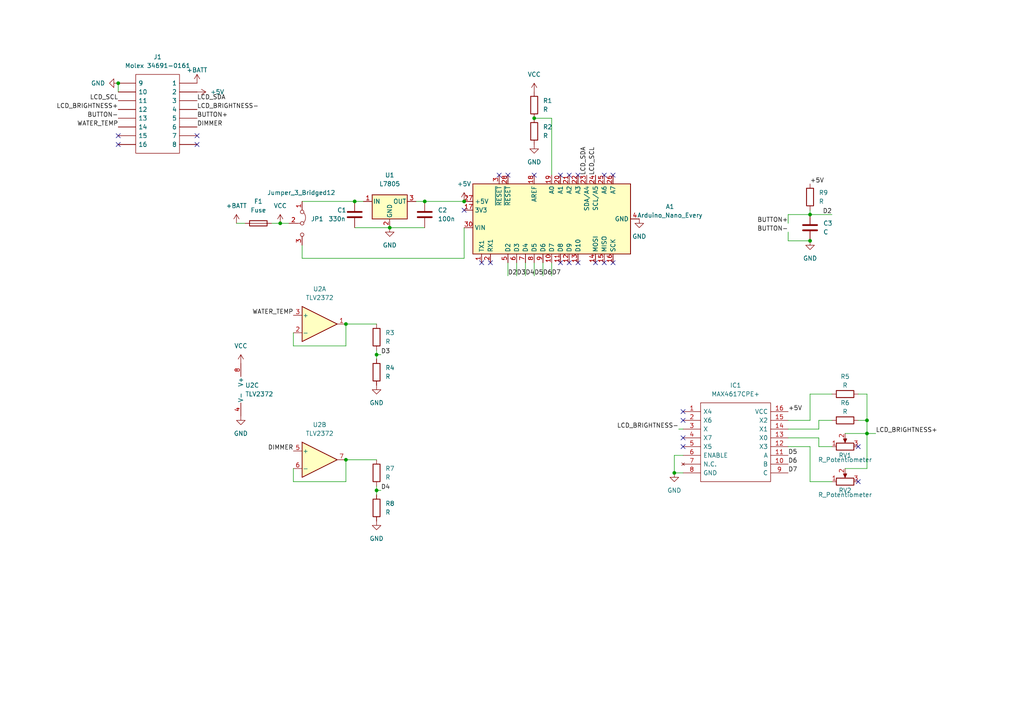
<source format=kicad_sch>
(kicad_sch (version 20211123) (generator eeschema)
  (paper "A4")
  (lib_symbols
    (symbol "Amplifier_Operational:TLV2372" (pin_names (offset 0.127))
      (property "Reference" "U" (at 0 5.08 0))
      (property "Value" "TLV2372" (at 0 -5.08 0))
      (symbol "TLV2372_1_1"
        (polyline (pts (xy -5.08 5.08) (xy 5.08 0) (xy -5.08 -5.08) (xy -5.08 5.08)) (stroke (width 0.254)) (fill (type background)))
        (pin output line (at 7.62 0 180) (length 2.54) (name "~") (number "1"))
        (pin input line (at -7.62 -2.54 0) (length 2.54) (name "-") (number "2"))
        (pin input line (at -7.62 2.54 0) (length 2.54) (name "+") (number "3"))
      )
      (symbol "TLV2372_2_1"
        (polyline (pts (xy -5.08 5.08) (xy 5.08 0) (xy -5.08 -5.08) (xy -5.08 5.08)) (stroke (width 0.254)) (fill (type background)))
        (pin input line (at -7.62 2.54 0) (length 2.54) (name "+") (number "5"))
        (pin input line (at -7.62 -2.54 0) (length 2.54) (name "-") (number "6"))
        (pin output line (at 7.62 0 180) (length 2.54) (name "~") (number "7"))
      )
      (symbol "TLV2372_3_1"
        (pin power_in line (at -2.54 -7.62 90) (length 3.81) (name "V-") (number "4"))
        (pin power_in line (at -2.54 7.62 270) (length 3.81) (name "V+") (number "8"))
      )
    )
    (symbol "Device:C" (pin_numbers hide) (pin_names (offset 0.254))
      (property "Reference" "C" (at 0.635 2.54 0))
      (property "Value" "C" (at 0.635 -2.54 0))
      (symbol "C_0_1"
        (polyline (pts (xy -2.032 -0.762) (xy 2.032 -0.762)) (stroke (width 0.508)))
        (polyline (pts (xy -2.032 0.762) (xy 2.032 0.762)) (stroke (width 0.508)))
      )
      (symbol "C_1_1"
        (pin passive line (at 0 3.81 270) (length 2.794) (name "~") (number "1"))
        (pin passive line (at 0 -3.81 90) (length 2.794) (name "~") (number "2"))
      )
    )
    (symbol "Device:Fuse" (pin_numbers hide) (pin_names (offset 0))
      (property "Reference" "F" (at 2.032 0 90))
      (property "Value" "Fuse" (at -1.905 0 90))
      (symbol "Fuse_0_1"
        (rectangle (start -0.762 -2.54) (end 0.762 2.54) (stroke (width 0.254)))
        (polyline (pts (xy 0 2.54) (xy 0 -2.54)))
      )
      (symbol "Fuse_1_1"
        (pin passive line (at 0 3.81 270) (length 1.27) (name "~") (number "1"))
        (pin passive line (at 0 -3.81 90) (length 1.27) (name "~") (number "2"))
      )
    )
    (symbol "Device:R" (pin_numbers hide) (pin_names (offset 0))
      (property "Reference" "R" (at 2.032 0 90))
      (property "Value" "R" (at 0 0 90))
      (symbol "R_0_1"
        (rectangle (start -1.016 -2.54) (end 1.016 2.54) (stroke (width 0.254)))
      )
      (symbol "R_1_1"
        (pin passive line (at 0 3.81 270) (length 1.27) (name "~") (number "1"))
        (pin passive line (at 0 -3.81 90) (length 1.27) (name "~") (number "2"))
      )
    )
    (symbol "Device:R_Potentiometer" (pin_names (offset 1.016) hide)
      (property "Reference" "RV" (at -4.445 0 90))
      (property "Value" "R_Potentiometer" (at -2.54 0 90))
      (symbol "R_Potentiometer_0_1"
        (polyline (pts (xy 2.54 0) (xy 1.524 0)))
        (polyline (pts (xy 1.143 0) (xy 2.286 0.508) (xy 2.286 -0.508) (xy 1.143 0)) (fill (type outline)))
        (rectangle (start 1.016 2.54) (end -1.016 -2.54) (stroke (width 0.254)))
      )
      (symbol "R_Potentiometer_1_1"
        (pin passive line (at 0 3.81 270) (length 1.27) (name "1") (number "1"))
        (pin passive line (at 3.81 0 180) (length 1.27) (name "2") (number "2"))
        (pin passive line (at 0 -3.81 90) (length 1.27) (name "3") (number "3"))
      )
    )
    (symbol "GND_1" (power) (pin_names (offset 0))
      (property "Value" "GND_1" (at 0 -3.81 0))
      (symbol "GND_1_0_1"
        (polyline (pts (xy 0 0) (xy 0 -1.27) (xy 1.27 -1.27) (xy 0 -2.54) (xy -1.27 -1.27) (xy 0 -1.27)))
      )
      (symbol "GND_1_1_1"
        (pin power_in line (at 0 0 270) (length 0) hide (name "GND") (number "1"))
      )
    )
    (symbol "GND_2" (power) (pin_names (offset 0))
      (property "Value" "GND_2" (at 0 -3.81 0))
      (symbol "GND_2_0_1"
        (polyline (pts (xy 0 0) (xy 0 -1.27) (xy 1.27 -1.27) (xy 0 -2.54) (xy -1.27 -1.27) (xy 0 -1.27)))
      )
      (symbol "GND_2_1_1"
        (pin power_in line (at 0 0 270) (length 0) hide (name "GND") (number "1"))
      )
    )
    (symbol "GND_3" (power) (pin_names (offset 0))
      (property "Value" "GND_3" (at 0 -3.81 0))
      (symbol "GND_3_0_1"
        (polyline (pts (xy 0 0) (xy 0 -1.27) (xy 1.27 -1.27) (xy 0 -2.54) (xy -1.27 -1.27) (xy 0 -1.27)))
      )
      (symbol "GND_3_1_1"
        (pin power_in line (at 0 0 270) (length 0) hide (name "GND") (number "1"))
      )
    )
    (symbol "GND_4" (power) (pin_names (offset 0))
      (property "Value" "GND_4" (at 0 -3.81 0))
      (symbol "GND_4_0_1"
        (polyline (pts (xy 0 0) (xy 0 -1.27) (xy 1.27 -1.27) (xy 0 -2.54) (xy -1.27 -1.27) (xy 0 -1.27)))
      )
      (symbol "GND_4_1_1"
        (pin power_in line (at 0 0 270) (length 0) hide (name "GND") (number "1"))
      )
    )
    (symbol "GND_5" (power) (pin_names (offset 0))
      (property "Value" "GND_5" (at 0 -3.81 0))
      (symbol "GND_5_0_1"
        (polyline (pts (xy 0 0) (xy 0 -1.27) (xy 1.27 -1.27) (xy 0 -2.54) (xy -1.27 -1.27) (xy 0 -1.27)))
      )
      (symbol "GND_5_1_1"
        (pin power_in line (at 0 0 270) (length 0) hide (name "GND") (number "1"))
      )
    )
    (symbol "GND_6" (power) (pin_names (offset 0))
      (property "Value" "GND_6" (at 0 -3.81 0))
      (symbol "GND_6_0_1"
        (polyline (pts (xy 0 0) (xy 0 -1.27) (xy 1.27 -1.27) (xy 0 -2.54) (xy -1.27 -1.27) (xy 0 -1.27)))
      )
      (symbol "GND_6_1_1"
        (pin power_in line (at 0 0 270) (length 0) hide (name "GND") (number "1"))
      )
    )
    (symbol "Jumper:Jumper_3_Bridged12" (pin_names (offset 0) hide)
      (property "Reference" "JP" (at -2.54 -2.54 0))
      (property "Value" "Jumper_3_Bridged12" (at 0 2.794 0))
      (symbol "Jumper_3_Bridged12_0_0"
        (circle (center -3.302 0) (radius 0.508))
        (circle (center 0 0) (radius 0.508))
        (circle (center 3.302 0) (radius 0.508))
      )
      (symbol "Jumper_3_Bridged12_0_1"
        (arc (start -0.254 0.508) (mid -1.651 0.9912) (end -3.048 0.508))
        (polyline (pts (xy 0 -1.27) (xy 0 -0.508)))
      )
      (symbol "Jumper_3_Bridged12_1_1"
        (pin passive line (at -6.35 0 0) (length 2.54) (name "A") (number "1"))
        (pin passive line (at 0 -3.81 90) (length 2.54) (name "C") (number "2"))
        (pin passive line (at 6.35 0 180) (length 2.54) (name "B") (number "3"))
      )
    )
    (symbol "MAX4617CPE+:MAX4617CPE+" (pin_names (offset 0.762))
      (property "Reference" "IC" (at 26.67 7.62 0))
      (property "Value" "MAX4617CPE+" (at 26.67 5.08 0))
      (symbol "MAX4617CPE+_0_0"
        (pin passive line (at 0 0 0) (length 5.08) (name "X4") (number "1"))
        (pin passive line (at 30.48 -15.24 180) (length 5.08) (name "B") (number "10"))
        (pin passive line (at 30.48 -12.7 180) (length 5.08) (name "A") (number "11"))
        (pin passive line (at 30.48 -10.16 180) (length 5.08) (name "X3") (number "12"))
        (pin passive line (at 30.48 -7.62 180) (length 5.08) (name "X0") (number "13"))
        (pin passive line (at 30.48 -5.08 180) (length 5.08) (name "X1") (number "14"))
        (pin passive line (at 30.48 -2.54 180) (length 5.08) (name "X2") (number "15"))
        (pin passive line (at 30.48 0 180) (length 5.08) (name "VCC") (number "16"))
        (pin passive line (at 0 -2.54 0) (length 5.08) (name "X6") (number "2"))
        (pin passive line (at 0 -5.08 0) (length 5.08) (name "X") (number "3"))
        (pin passive line (at 0 -7.62 0) (length 5.08) (name "X7") (number "4"))
        (pin passive line (at 0 -10.16 0) (length 5.08) (name "X5") (number "5"))
        (pin passive line (at 0 -12.7 0) (length 5.08) (name "ENABLE") (number "6"))
        (pin no_connect line (at 0 -15.24 0) (length 5.08) (name "N.C.") (number "7"))
        (pin passive line (at 0 -17.78 0) (length 5.08) (name "GND") (number "8"))
        (pin passive line (at 30.48 -17.78 180) (length 5.08) (name "C") (number "9"))
      )
      (symbol "MAX4617CPE+_0_1"
        (polyline (pts (xy 5.08 2.54) (xy 25.4 2.54) (xy 25.4 -20.32) (xy 5.08 -20.32) (xy 5.08 2.54)) (stroke (width 0.1524)))
      )
    )
    (symbol "MCU_Module:Arduino_Nano_Every"
      (property "Reference" "A" (at -10.16 23.495 0))
      (property "Value" "Arduino_Nano_Every" (at 5.08 -24.13 0))
      (symbol "Arduino_Nano_Every_0_1"
        (rectangle (start -10.16 22.86) (end 10.16 -22.86) (stroke (width 0.254)) (fill (type background)))
      )
      (symbol "Arduino_Nano_Every_1_1"
        (pin bidirectional line (at -12.7 20.32 0) (length 2.54) (name "TX1") (number "1"))
        (pin bidirectional line (at -12.7 0 0) (length 2.54) (name "D7") (number "10"))
        (pin bidirectional line (at -12.7 -2.54 0) (length 2.54) (name "D8") (number "11"))
        (pin bidirectional line (at -12.7 -5.08 0) (length 2.54) (name "D9") (number "12"))
        (pin bidirectional line (at -12.7 -7.62 0) (length 2.54) (name "D10") (number "13"))
        (pin bidirectional line (at -12.7 -12.7 0) (length 2.54) (name "MOSI") (number "14"))
        (pin bidirectional line (at -12.7 -15.24 0) (length 2.54) (name "MISO") (number "15"))
        (pin bidirectional line (at -12.7 -17.78 0) (length 2.54) (name "SCK") (number "16"))
        (pin power_out line (at 2.54 25.4 270) (length 2.54) (name "3V3") (number "17"))
        (pin input line (at 12.7 5.08 180) (length 2.54) (name "AREF") (number "18"))
        (pin bidirectional line (at 12.7 0 180) (length 2.54) (name "A0") (number "19"))
        (pin bidirectional line (at -12.7 17.78 0) (length 2.54) (name "RX1") (number "2"))
        (pin bidirectional line (at 12.7 -2.54 180) (length 2.54) (name "A1") (number "20"))
        (pin bidirectional line (at 12.7 -5.08 180) (length 2.54) (name "A2") (number "21"))
        (pin bidirectional line (at 12.7 -7.62 180) (length 2.54) (name "A3") (number "22"))
        (pin bidirectional line (at 12.7 -10.16 180) (length 2.54) (name "SDA/A4") (number "23"))
        (pin bidirectional line (at 12.7 -12.7 180) (length 2.54) (name "SCL/A5") (number "24"))
        (pin bidirectional line (at 12.7 -15.24 180) (length 2.54) (name "A6") (number "25"))
        (pin bidirectional line (at 12.7 -17.78 180) (length 2.54) (name "A7") (number "26"))
        (pin power_out line (at 5.08 25.4 270) (length 2.54) (name "+5V") (number "27"))
        (pin input line (at 12.7 12.7 180) (length 2.54) (name "~{RESET}") (number "28"))
        (pin passive line (at 0 -25.4 90) (length 2.54) hide (name "GND") (number "29"))
        (pin input line (at 12.7 15.24 180) (length 2.54) (name "~{RESET}") (number "3"))
        (pin power_in line (at -2.54 25.4 270) (length 2.54) (name "VIN") (number "30"))
        (pin power_in line (at 0 -25.4 90) (length 2.54) (name "GND") (number "4"))
        (pin bidirectional line (at -12.7 12.7 0) (length 2.54) (name "D2") (number "5"))
        (pin bidirectional line (at -12.7 10.16 0) (length 2.54) (name "D3") (number "6"))
        (pin bidirectional line (at -12.7 7.62 0) (length 2.54) (name "D4") (number "7"))
        (pin bidirectional line (at -12.7 5.08 0) (length 2.54) (name "D5") (number "8"))
        (pin bidirectional line (at -12.7 2.54 0) (length 2.54) (name "D6") (number "9"))
      )
    )
    (symbol "Molex_34691-0161:Molex 34691-0161" (pin_numbers hide) (pin_names (offset 0.762))
      (property "Reference" "J" (at 19.05 7.62 0))
      (property "Value" "Molex 34691-0161" (at 19.05 5.08 0))
      (symbol "Molex 34691-0161_0_0"
        (pin passive line (at 22.86 0 180) (length 5.08) (name "1") (number "1"))
        (pin passive line (at 0 -2.54 0) (length 5.08) (name "10") (number "10"))
        (pin passive line (at 0 -5.08 0) (length 5.08) (name "11") (number "11"))
        (pin passive line (at 0 -7.62 0) (length 5.08) (name "12") (number "12"))
        (pin passive line (at 0 -10.16 0) (length 5.08) (name "13") (number "13"))
        (pin passive line (at 0 -12.7 0) (length 5.08) (name "14") (number "14"))
        (pin passive line (at 0 -15.24 0) (length 5.08) (name "15") (number "15"))
        (pin passive line (at 0 -17.78 0) (length 5.08) (name "16") (number "16"))
        (pin passive line (at 22.86 -2.54 180) (length 5.08) (name "2") (number "2"))
        (pin passive line (at 22.86 -5.08 180) (length 5.08) (name "3") (number "3"))
        (pin passive line (at 22.86 -7.62 180) (length 5.08) (name "4") (number "4"))
        (pin passive line (at 22.86 -10.16 180) (length 5.08) (name "5") (number "5"))
        (pin passive line (at 22.86 -12.7 180) (length 5.08) (name "6") (number "6"))
        (pin passive line (at 22.86 -15.24 180) (length 5.08) (name "7") (number "7"))
        (pin passive line (at 22.86 -17.78 180) (length 5.08) (name "8") (number "8"))
        (pin passive line (at 0 0 0) (length 5.08) (name "9") (number "9"))
      )
      (symbol "Molex 34691-0161_0_1"
        (polyline (pts (xy 5.08 2.54) (xy 17.78 2.54) (xy 17.78 -20.32) (xy 5.08 -20.32) (xy 5.08 2.54)) (stroke (width 0.1524)))
      )
    )
    (symbol "Regulator_Linear:L7805" (pin_names (offset 0.254))
      (property "Reference" "U" (at -3.81 3.175 0))
      (property "Value" "L7805" (at 0 3.175 0))
      (symbol "L7805_0_1"
        (rectangle (start -5.08 1.905) (end 5.08 -5.08) (stroke (width 0.254)) (fill (type background)))
      )
      (symbol "L7805_1_1"
        (pin power_in line (at -7.62 0 0) (length 2.54) (name "IN") (number "1"))
        (pin power_in line (at 0 -7.62 90) (length 2.54) (name "GND") (number "2"))
        (pin power_out line (at 7.62 0 180) (length 2.54) (name "OUT") (number "3"))
      )
    )
    (symbol "power:+5V" (power) (pin_names (offset 0))
      (property "Value" "+5V" (at 0 3.556 0))
      (symbol "+5V_0_1"
        (polyline (pts (xy -0.762 1.27) (xy 0 2.54)))
        (polyline (pts (xy 0 0) (xy 0 2.54)))
        (polyline (pts (xy 0 2.54) (xy 0.762 1.27)))
      )
      (symbol "+5V_1_1"
        (pin power_in line (at 0 0 90) (length 0) hide (name "+5V") (number "1"))
      )
    )
    (symbol "power:+BATT" (power) (pin_names (offset 0))
      (property "Value" "+BATT" (at 0 3.556 0))
      (symbol "+BATT_0_1"
        (polyline (pts (xy -0.762 1.27) (xy 0 2.54)))
        (polyline (pts (xy 0 0) (xy 0 2.54)))
        (polyline (pts (xy 0 2.54) (xy 0.762 1.27)))
      )
      (symbol "+BATT_1_1"
        (pin power_in line (at 0 0 90) (length 0) hide (name "+BATT") (number "1"))
      )
    )
    (symbol "power:GND" (power) (pin_names (offset 0))
      (property "Value" "GND" (at 0 -3.81 0))
      (symbol "GND_0_1"
        (polyline (pts (xy 0 0) (xy 0 -1.27) (xy 1.27 -1.27) (xy 0 -2.54) (xy -1.27 -1.27) (xy 0 -1.27)))
      )
      (symbol "GND_1_1"
        (pin power_in line (at 0 0 270) (length 0) hide (name "GND") (number "1"))
      )
    )
    (symbol "power:VCC" (power) (pin_names (offset 0))
      (property "Value" "VCC" (at 0 3.81 0))
      (symbol "VCC_0_1"
        (polyline (pts (xy -0.762 1.27) (xy 0 2.54)))
        (polyline (pts (xy 0 0) (xy 0 2.54)))
        (polyline (pts (xy 0 2.54) (xy 0.762 1.27)))
      )
      (symbol "VCC_1_1"
        (pin power_in line (at 0 0 90) (length 0) hide (name "VCC") (number "1"))
      )
    )
  )
  (junction (at 234.95 62.23))
  (junction (at 100.33 133.35))
  (junction (at 234.95 69.85))
  (junction (at 251.46 121.92))
  (junction (at 134.62 58.42))
  (junction (at 100.33 93.98))
  (junction (at 81.28 64.77))
  (junction (at 123.19 58.42))
  (junction (at 154.94 34.29))
  (junction (at 113.03 66.04))
  (junction (at 34.29 24.13))
  (junction (at 109.22 102.87))
  (junction (at 195.58 137.16))
  (junction (at 102.87 58.42))
  (junction (at 109.22 142.24))
  (junction (at 251.46 125.73))
  (no_connect (at 198.12 121.92))
  (no_connect (at 139.7 76.2))
  (no_connect (at 165.1 50.8))
  (no_connect (at 172.72 76.2))
  (no_connect (at 198.12 127))
  (no_connect (at 167.64 50.8))
  (no_connect (at 134.62 60.96))
  (no_connect (at 34.29 41.91))
  (no_connect (at 165.1 76.2))
  (no_connect (at 57.15 39.37))
  (no_connect (at 57.15 41.91))
  (no_connect (at 198.12 129.54))
  (no_connect (at 34.29 39.37))
  (no_connect (at 142.24 76.2))
  (no_connect (at 175.26 76.2))
  (no_connect (at 248.92 129.54))
  (no_connect (at 177.8 50.8))
  (no_connect (at 175.26 50.8))
  (no_connect (at 147.32 50.8))
  (no_connect (at 167.64 76.2))
  (no_connect (at 177.8 76.2))
  (no_connect (at 248.92 139.7))
  (no_connect (at 144.78 50.8))
  (no_connect (at 162.56 50.8))
  (no_connect (at 154.94 50.8))
  (no_connect (at 198.12 119.38))
  (no_connect (at 162.56 76.2))
  (wire (pts (xy 134.62 74.93) (xy 87.63 74.93)))
  (wire (pts (xy 157.48 80.01) (xy 157.48 76.2)))
  (wire (pts (xy 100.33 133.35) (xy 109.22 133.35)))
  (wire (pts (xy 248.92 121.92) (xy 251.46 121.92)))
  (wire (pts (xy 87.63 58.42) (xy 102.87 58.42)))
  (wire (pts (xy 251.46 125.73) (xy 254 125.73)))
  (wire (pts (xy 234.95 114.3) (xy 234.95 121.92)))
  (wire (pts (xy 198.12 132.08) (xy 195.58 132.08)))
  (wire (pts (xy 234.95 60.96) (xy 234.95 62.23)))
  (wire (pts (xy 245.11 135.89) (xy 251.46 135.89)))
  (wire (pts (xy 228.6 121.92) (xy 234.95 121.92)))
  (wire (pts (xy 109.22 102.87) (xy 109.22 104.14)))
  (wire (pts (xy 195.58 137.16) (xy 198.12 137.16)))
  (wire (pts (xy 152.4 80.01) (xy 152.4 76.2)))
  (wire (pts (xy 228.6 129.54) (xy 234.95 129.54)))
  (wire (pts (xy 109.22 102.87) (xy 110.49 102.87)))
  (wire (pts (xy 234.95 129.54) (xy 234.95 139.7)))
  (wire (pts (xy 85.09 100.33) (xy 100.33 100.33)))
  (wire (pts (xy 85.09 96.52) (xy 85.09 100.33)))
  (wire (pts (xy 149.86 76.2) (xy 149.86 80.01)))
  (wire (pts (xy 100.33 93.98) (xy 100.33 100.33)))
  (wire (pts (xy 248.92 114.3) (xy 251.46 114.3)))
  (wire (pts (xy 113.03 66.04) (xy 123.19 66.04)))
  (wire (pts (xy 154.94 80.01) (xy 154.94 76.2)))
  (wire (pts (xy 160.02 34.29) (xy 154.94 34.29)))
  (wire (pts (xy 237.49 129.54) (xy 237.49 127)))
  (wire (pts (xy 134.62 66.04) (xy 134.62 74.93)))
  (wire (pts (xy 251.46 125.73) (xy 251.46 135.89)))
  (wire (pts (xy 228.6 62.23) (xy 228.6 64.77)))
  (wire (pts (xy 228.6 67.31) (xy 228.6 69.85)))
  (wire (pts (xy 241.3 62.23) (xy 234.95 62.23)))
  (wire (pts (xy 251.46 114.3) (xy 251.46 121.92)))
  (wire (pts (xy 241.3 114.3) (xy 234.95 114.3)))
  (wire (pts (xy 81.28 64.77) (xy 83.82 64.77)))
  (wire (pts (xy 237.49 124.46) (xy 237.49 121.92)))
  (wire (pts (xy 102.87 66.04) (xy 113.03 66.04)))
  (wire (pts (xy 85.09 139.7) (xy 100.33 139.7)))
  (wire (pts (xy 68.58 64.77) (xy 71.12 64.77)))
  (wire (pts (xy 245.11 125.73) (xy 251.46 125.73)))
  (wire (pts (xy 109.22 142.24) (xy 110.49 142.24)))
  (wire (pts (xy 241.3 129.54) (xy 237.49 129.54)))
  (wire (pts (xy 78.74 64.77) (xy 81.28 64.77)))
  (wire (pts (xy 123.19 58.42) (xy 120.65 58.42)))
  (wire (pts (xy 196.85 124.46) (xy 198.12 124.46)))
  (wire (pts (xy 87.63 71.12) (xy 87.63 74.93)))
  (wire (pts (xy 228.6 124.46) (xy 237.49 124.46)))
  (wire (pts (xy 228.6 127) (xy 237.49 127)))
  (wire (pts (xy 160.02 50.8) (xy 160.02 34.29)))
  (wire (pts (xy 34.29 24.13) (xy 34.29 26.67)))
  (wire (pts (xy 234.95 69.85) (xy 228.6 69.85)))
  (wire (pts (xy 100.33 93.98) (xy 109.22 93.98)))
  (wire (pts (xy 234.95 62.23) (xy 228.6 62.23)))
  (wire (pts (xy 147.32 76.2) (xy 147.32 80.01)))
  (wire (pts (xy 237.49 121.92) (xy 241.3 121.92)))
  (wire (pts (xy 85.09 135.89) (xy 85.09 139.7)))
  (wire (pts (xy 234.95 139.7) (xy 241.3 139.7)))
  (wire (pts (xy 109.22 101.6) (xy 109.22 102.87)))
  (wire (pts (xy 102.87 58.42) (xy 105.41 58.42)))
  (wire (pts (xy 109.22 140.97) (xy 109.22 142.24)))
  (wire (pts (xy 123.19 58.42) (xy 134.62 58.42)))
  (wire (pts (xy 160.02 80.01) (xy 160.02 76.2)))
  (wire (pts (xy 251.46 121.92) (xy 251.46 125.73)))
  (wire (pts (xy 195.58 132.08) (xy 195.58 137.16)))
  (wire (pts (xy 100.33 139.7) (xy 100.33 133.35)))
  (wire (pts (xy 109.22 142.24) (xy 109.22 143.51)))
  (label "LCD_SDA" (at 170.18 50.8 90))
  (label "D4" (at 110.49 142.24 0))
  (label "DIMMER" (at 57.15 36.83 0))
  (label "BUTTON-" (at 34.29 34.29 180))
  (label "D5" (at 154.94 80.01 0))
  (label "WATER_TEMP" (at 34.29 36.83 180))
  (label "LCD_SDA" (at 57.15 29.21 0))
  (label "DIMMER" (at 85.09 130.81 180))
  (label "LCD_BRIGHTNESS-" (at 196.85 124.46 180))
  (label "D6" (at 157.48 80.01 0))
  (label "D4" (at 152.4 80.01 0))
  (label "+5V" (at 234.95 53.34 0))
  (label "D2" (at 241.3 62.23 180))
  (label "LCD_BRIGHTNESS+" (at 34.29 31.75 180))
  (label "D7" (at 160.02 80.01 0))
  (label "WATER_TEMP" (at 85.09 91.44 180))
  (label "LCD_BRIGHTNESS-" (at 57.15 31.75 0))
  (label "LCD_SCL" (at 34.29 29.21 180))
  (label "BUTTON-" (at 228.6 67.31 180))
  (label "BUTTON+" (at 228.6 64.77 180))
  (label "BUTTON+" (at 57.15 34.29 0))
  (label "D7" (at 228.6 137.16 0))
  (label "LCD_BRIGHTNESS+" (at 254 125.73 0))
  (label "D3" (at 110.49 102.87 0))
  (label "LCD_SCL" (at 172.72 50.8 90))
  (label "D3" (at 149.86 80.01 0))
  (label "D2" (at 147.32 80.01 0))
  (label "D5" (at 228.6 132.08 0))
  (label "D6" (at 228.6 134.62 0))
  (label "+5V" (at 228.6 119.38 0))
  (symbol (lib_id "Device:R_Potentiometer") (at 245.11 139.7 90) (unit 1)
    (property "Reference" "RV2" (at 245.11 142.24 90))
    (property "Value" "R_Potentiometer" (at 245.11 143.51 90))
  )
  (symbol (lib_id "power:GND") (at 185.42 63.5 0) (unit 1)
    (property "Reference" "#PWR0101" (effects hide))
    (property "Value" "GND" (at 185.42 68.58 0))
  )
  (symbol (lib_id "power:VCC") (at 154.94 26.67 0) (unit 1)
    (property "Reference" "#PWR011" (effects hide))
    (property "Value" "VCC" (at 154.94 21.59 0))
  )
  (symbol (lib_id "power:GND") (at 34.29 24.13 270) (unit 1)
    (property "Reference" "#PWR0106" (effects hide))
    (property "Value" "GND" (at 30.48 24.1299 90) (effects (justify right)))
  )
  (symbol (lib_name "GND_1") (lib_id "power:GND") (at 154.94 41.91 0) (unit 1)
    (property "Reference" "#PWR06" (effects hide))
    (property "Value" "GND" (at 154.94 46.99 0))
  )
  (symbol (lib_id "power:GND") (at 113.03 66.04 0) (unit 1)
    (property "Reference" "#PWR0102" (effects hide))
    (property "Value" "GND" (at 113.03 71.12 0))
  )
  (symbol (lib_id "Device:R") (at 234.95 57.15 0) (unit 1)
    (property "Reference" "R9" (at 237.49 55.8799 0) (effects (justify left)))
    (property "Value" "R" (at 237.49 58.4199 0) (effects (justify left)))
  )
  (symbol (lib_id "Amplifier_Operational:TLV2372") (at 72.39 113.03 0) (unit 3)
    (property "Reference" "U2" (at 71.12 111.7599 0) (effects (justify left)))
    (property "Value" "TLV2372" (at 71.12 114.2999 0) (effects (justify left)))
    (property "Datasheet" "http://www.ti.com/lit/ds/symlink/tlv2375.pdf" (effects hide))
  )
  (symbol (lib_id "Device:R") (at 245.11 114.3 90) (unit 1)
    (property "Reference" "R5" (at 245.11 109.22 90))
    (property "Value" "R" (at 245.11 111.76 90))
  )
  (symbol (lib_id "Jumper:Jumper_3_Bridged12") (at 87.63 64.77 270) (unit 1)
    (property "Reference" "JP1" (at 90.17 63.4999 90) (effects (justify left)))
    (property "Value" "Jumper_3_Bridged12" (at 77.47 55.88 90) (effects (justify left)))
  )
  (symbol (lib_id "Device:C") (at 123.19 62.23 0) (unit 1)
    (property "Reference" "C2" (at 127 60.9599 0) (effects (justify left)))
    (property "Value" "100n" (at 127 63.4999 0) (effects (justify left)))
    (property "Footprint" "Capacitor_THT:C_Disc_D3.0mm_W1.6mm_P2.50mm" (effects hide))
  )
  (symbol (lib_name "GND_3") (lib_id "power:GND") (at 109.22 111.76 0) (unit 1)
    (property "Reference" "#PWR04" (effects hide))
    (property "Value" "GND" (at 109.22 116.84 0))
  )
  (symbol (lib_name "GND_5") (lib_id "power:GND") (at 109.22 151.13 0) (unit 1)
    (property "Reference" "#PWR05" (effects hide))
    (property "Value" "GND" (at 109.22 156.21 0))
  )
  (symbol (lib_id "Regulator_Linear:L7805") (at 113.03 58.42 0) (unit 1)
    (property "Reference" "U1" (at 113.03 50.8 0))
    (property "Value" "L7805" (at 113.03 53.34 0))
    (property "Footprint" "Package_TO_SOT_THT:TO-220-3_Vertical" (effects hide))
    (property "Datasheet" "http://www.st.com/content/ccc/resource/technical/document/datasheet/41/4f/b3/b0/12/d4/47/88/CD00000444.pdf/files/CD00000444.pdf/jcr:content/translations/en.CD00000444.pdf" (effects hide))
  )
  (symbol (lib_id "Device:R") (at 245.11 121.92 90) (unit 1)
    (property "Reference" "R6" (at 245.11 116.84 90))
    (property "Value" "R" (at 245.11 119.38 90))
  )
  (symbol (lib_id "MAX4617CPE+:MAX4617CPE+") (at 198.12 119.38 0) (unit 1)
    (property "Reference" "IC1" (at 213.36 111.76 0))
    (property "Value" "MAX4617CPE+" (at 213.36 114.3 0))
    (property "Footprint" "DIP794W56P254L1918H457Q16N" (effects hide))
    (property "Datasheet" "https://datasheets.maximintegrated.com/en/ds/MAX4617-MAX4619.pdf" (effects hide))
    (property "Description" "Multiplexer Switch ICs High-Speed, Low-Voltage, CMOS Analog Multiplexers/Switches" (effects hide))
    (property "Height" "4.572" (effects hide))
    (property "Mouser Part Number" "700-MAX4617CPE" (effects hide))
    (property "Mouser Price/Stock" "https://www.mouser.co.uk/ProductDetail/Maxim-Integrated/MAX4617CPE%2b?qs=LHmEVA8xxfbNdyKUuDPT5g%3D%3D" (effects hide))
    (property "Manufacturer_Name" "Analog Devices" (effects hide))
    (property "Manufacturer_Part_Number" "MAX4617CPE+" (effects hide))
  )
  (symbol (lib_id "MCU_Module:Arduino_Nano_Every") (at 160.02 63.5 90) (unit 1)
    (property "Reference" "A1" (at 194.31 59.9186 90))
    (property "Value" "Arduino_Nano_Every" (at 194.31 62.4586 90))
    (property "Footprint" "Module:Arduino_Nano" (effects hide))
    (property "Datasheet" "https://content.arduino.cc/assets/NANOEveryV3.0_sch.pdf" (effects hide))
  )
  (symbol (lib_id "power:VCC") (at 81.28 64.77 0) (unit 1)
    (property "Reference" "#PWR010" (effects hide))
    (property "Value" "VCC" (at 81.28 59.69 0))
  )
  (symbol (lib_id "power:+BATT") (at 68.58 64.77 0) (unit 1)
    (property "Reference" "#PWR02" (effects hide))
    (property "Value" "+BATT" (at 68.58 59.69 0))
  )
  (symbol (lib_id "Device:R") (at 109.22 107.95 180) (unit 1)
    (property "Reference" "R4" (at 111.76 106.6799 0) (effects (justify right)))
    (property "Value" "R" (at 111.76 109.2199 0) (effects (justify right)))
  )
  (symbol (lib_id "Molex_34691-0161:Molex 34691-0161") (at 34.29 24.13 0) (unit 1)
    (property "Reference" "J1" (at 45.72 16.51 0))
    (property "Value" "Molex 34691-0161" (at 45.72 19.05 0))
    (property "Footprint" "Molex_34691-0161:Molex 34691-0161" (effects hide))
    (property "Datasheet" "https://www.molex.com/pdm_docs/sd/346910161_sd.pdf" (effects hide))
    (property "Description" "Automotive Connectors STAC64 RA HDR 16 CKT GRY POL B TRAY" (effects hide))
    (property "Height" "22.18" (effects hide))
    (property "Mouser Part Number" "538-34691-0161" (effects hide))
    (property "Mouser Price/Stock" "https://www.mouser.co.uk/ProductDetail/Molex/34691-0161?qs=b4vKS93X7Szb5TXQn2TefA%3D%3D" (effects hide))
    (property "Manufacturer_Name" "Molex" (effects hide))
    (property "Manufacturer_Part_Number" "34691-0161" (effects hide))
  )
  (symbol (lib_name "GND_4") (lib_id "power:GND") (at 195.58 137.16 0) (unit 1)
    (property "Reference" "#PWR07" (effects hide))
    (property "Value" "GND" (at 195.58 142.24 0))
  )
  (symbol (lib_id "power:VCC") (at 69.85 105.41 0) (unit 1)
    (property "Reference" "#PWR09" (effects hide))
    (property "Value" "VCC" (at 69.85 100.33 0))
  )
  (symbol (lib_id "Device:R") (at 109.22 147.32 0) (unit 1)
    (property "Reference" "R8" (at 111.76 146.0499 0) (effects (justify left)))
    (property "Value" "R" (at 111.76 148.5899 0) (effects (justify left)))
  )
  (symbol (lib_id "Device:R") (at 109.22 137.16 0) (unit 1)
    (property "Reference" "R7" (at 111.76 135.8899 0) (effects (justify left)))
    (property "Value" "R" (at 111.76 138.4299 0) (effects (justify left)))
  )
  (symbol (lib_name "GND_2") (lib_id "power:GND") (at 69.85 120.65 0) (unit 1)
    (property "Reference" "#PWR03" (effects hide))
    (property "Value" "GND" (at 69.85 125.73 0))
  )
  (symbol (lib_id "power:+BATT") (at 57.15 24.13 0) (unit 1)
    (property "Reference" "#PWR01" (effects hide))
    (property "Value" "+BATT" (at 57.15 20.32 0))
  )
  (symbol (lib_id "Device:Fuse") (at 74.93 64.77 90) (unit 1)
    (property "Reference" "F1" (at 74.93 58.42 90))
    (property "Value" "Fuse" (at 74.93 60.96 90))
  )
  (symbol (lib_id "power:+5V") (at 134.62 58.42 0) (unit 1)
    (property "Reference" "#PWR0105" (effects hide))
    (property "Value" "+5V" (at 134.62 53.34 0))
  )
  (symbol (lib_id "power:+5V") (at 57.15 26.67 270) (unit 1)
    (property "Reference" "#PWR0104" (effects hide))
    (property "Value" "+5V" (at 60.96 26.6699 90) (effects (justify left)))
  )
  (symbol (lib_name "GND_6") (lib_id "power:GND") (at 234.95 69.85 0) (unit 1)
    (property "Reference" "#PWR08" (effects hide))
    (property "Value" "GND" (at 234.95 74.93 0))
  )
  (symbol (lib_id "Device:R_Potentiometer") (at 245.11 129.54 90) (unit 1)
    (property "Reference" "RV1" (at 245.11 132.08 90))
    (property "Value" "R_Potentiometer" (at 245.11 133.35 90))
  )
  (symbol (lib_id "Amplifier_Operational:TLV2372") (at 92.71 93.98 0) (unit 1)
    (property "Reference" "U2" (at 92.71 83.82 0))
    (property "Value" "TLV2372" (at 92.71 86.36 0))
    (property "Datasheet" "http://www.ti.com/lit/ds/symlink/tlv2375.pdf" (effects hide))
  )
  (symbol (lib_id "Amplifier_Operational:TLV2372") (at 92.71 133.35 0) (unit 2)
    (property "Reference" "U2" (at 92.71 123.19 0))
    (property "Value" "TLV2372" (at 92.71 125.73 0))
    (property "Datasheet" "http://www.ti.com/lit/ds/symlink/tlv2375.pdf" (effects hide))
  )
  (symbol (lib_id "Device:C") (at 102.87 62.23 0) (unit 1)
    (property "Reference" "C1" (at 97.79 60.96 0) (effects (justify left)))
    (property "Value" "330n" (at 95.25 63.5 0) (effects (justify left)))
    (property "Footprint" "Capacitor_THT:C_Disc_D3.0mm_W1.6mm_P2.50mm" (effects hide))
  )
  (symbol (lib_id "Device:R") (at 109.22 97.79 0) (unit 1)
    (property "Reference" "R3" (at 111.76 96.5199 0) (effects (justify left)))
    (property "Value" "R" (at 111.76 99.0599 0) (effects (justify left)))
  )
  (symbol (lib_id "Device:C") (at 234.95 66.04 0) (unit 1)
    (property "Reference" "C3" (at 238.76 64.7699 0) (effects (justify left)))
    (property "Value" "C" (at 238.76 67.3099 0) (effects (justify left)))
  )
  (symbol (lib_id "Device:R") (at 154.94 30.48 0) (unit 1)
    (property "Reference" "R1" (at 157.48 29.2099 0) (effects (justify left)))
    (property "Value" "R" (at 157.48 31.7499 0) (effects (justify left)))
  )
  (symbol (lib_id "Device:R") (at 154.94 38.1 0) (unit 1)
    (property "Reference" "R2" (at 157.48 36.8299 0) (effects (justify left)))
    (property "Value" "R" (at 157.48 39.3699 0) (effects (justify left)))
  )
)
</source>
